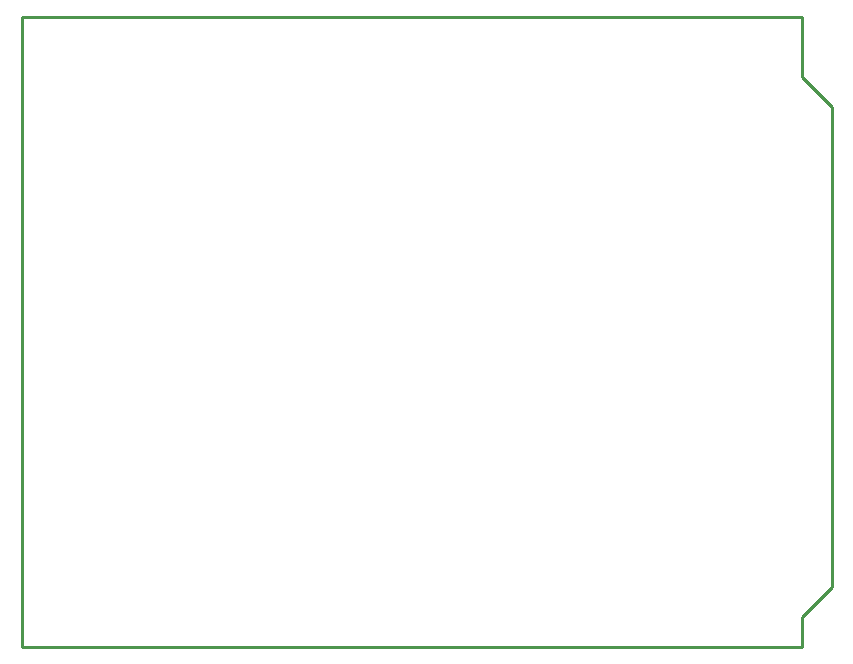
<source format=gko>
G04 #@! TF.FileFunction,Profile,NP*
%FSLAX45Y45*%
G04 Gerber Fmt 4.5, Leading zero omitted, Abs format (unit mm)*
G04 Created by KiCad (PCBNEW (2015-06-14 BZR 5747, Git dc9ebf3)-product) date 6/25/2015 00:27:05*
%MOMM*%
G01*
G04 APERTURE LIST*
%ADD10C,0.254000*%
G04 APERTURE END LIST*
D10*
X4064000Y-6350000D02*
X4064000Y-11684000D01*
X10668000Y-6350000D02*
X4064000Y-6350000D01*
X10668000Y-6858000D02*
X10668000Y-6350000D01*
X10922000Y-7112000D02*
X10668000Y-6858000D01*
X10922000Y-11176000D02*
X10922000Y-7112000D01*
X10668000Y-11430000D02*
X10922000Y-11176000D01*
X10668000Y-11684000D02*
X10668000Y-11430000D01*
X4064000Y-11684000D02*
X10668000Y-11684000D01*
M02*

</source>
